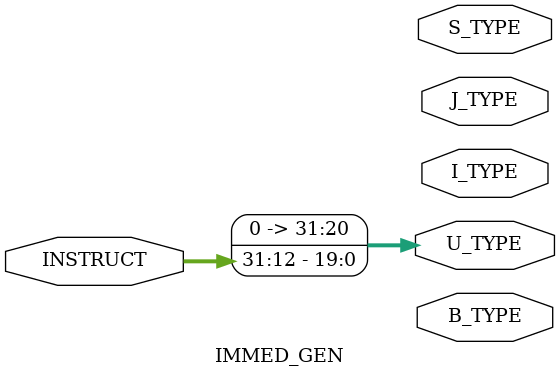
<source format=sv>
`timescale 1ns / 1ps


module IMMED_GEN(
    input [31:7] INSTRUCT,
    output logic [31:0] U_TYPE,
    output logic [31:0] I_TYPE,
    output logic [31:0] S_TYPE,
    output logic [31:0] J_TYPE,
    output logic [31:0] B_TYPE
    );

    // USE COMBINATIONAL!
    always_comb begin
        U_TYPE = INSTRUCT[31:12]; // Will shift the bits 12 places left after these operations.
        // I_TYPE = INSTRUCT[]
        // S_TYPE = 
        // J_TYPE = 
        // B_TYPE = 
    end

endmodule

</source>
